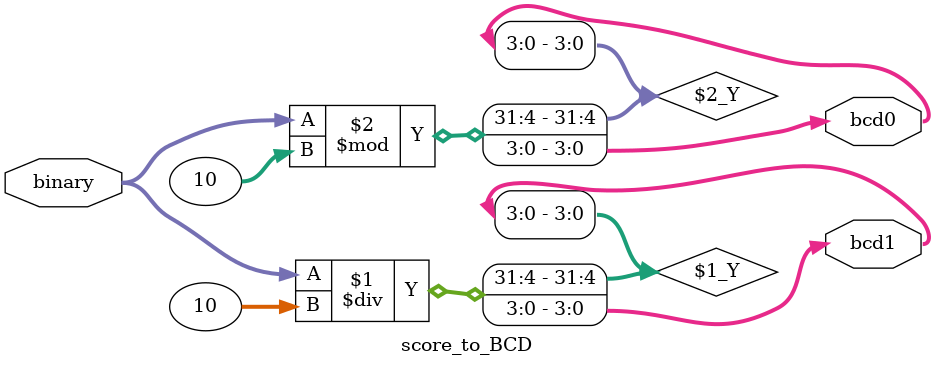
<source format=v>
`timescale 1ns / 1ps


module score_to_BCD(
input [3:0] binary,
output [3:0] bcd0,bcd1
    );
  
   assign bcd1 = binary/10;
   assign bcd0 = binary%10;
endmodule

</source>
